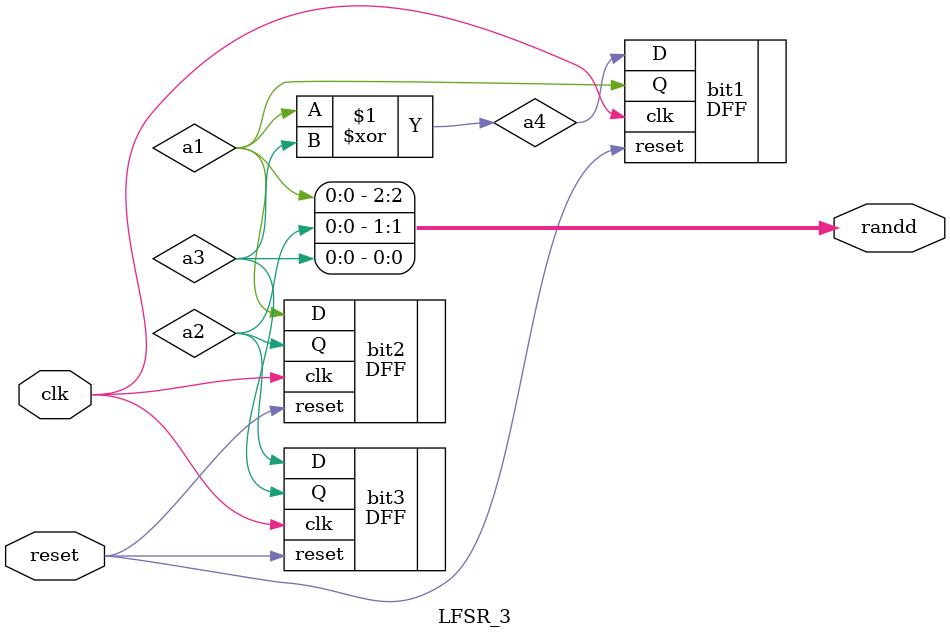
<source format=v>
module LFSR_3(
    input clk,
    input reset,
    output [2:0] randd
);
    wire a1, a2, a3, a4;
    assign a4 = a1 ^ a3;

    DFF bit1(.D(a4), .clk(clk), .reset(reset), .Q(a1));
    DFF bit2(.D(a1), .clk(clk), .reset(reset), .Q(a2));
    DFF bit3(.D(a2), .clk(clk), .reset(reset), .Q(a3));

    assign randd = {a1, a2, a3};
endmodule

</source>
